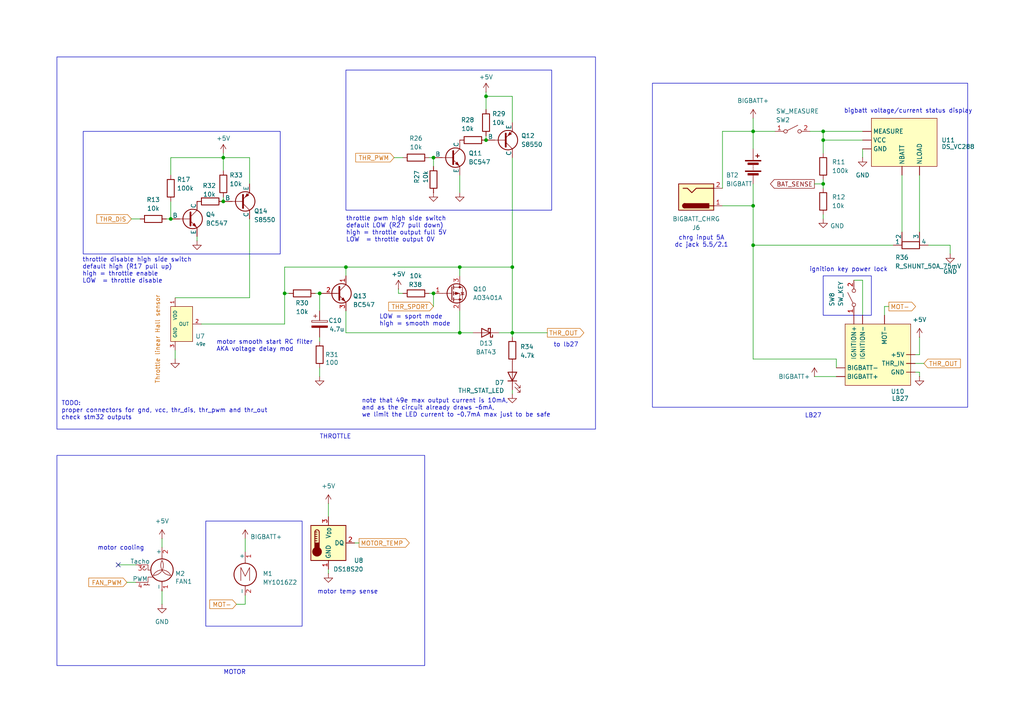
<source format=kicad_sch>
(kicad_sch (version 20231120) (generator "eeschema") (generator_version "8.0")
  (paper "A4")
  (lib_symbols
    (symbol "49e:Hall_Sensor" (pin_names (offset 1.016))
      (property "Reference" "U?" (at -4.5212 0.9652 0))
      (symbol "Hall_Sensor_0_1"
        (rectangle (start -3.81 5.08) (end 2.54 -5.08) (fill (type background)))
      )
      (symbol "Hall_Sensor_1_1"
        (pin power_in line (at -2.54 7.62 270) (length 2.54) (name "VDD") (number "1"))
        (pin output line (at 5.08 0 180) (length 2.54) (name "OUT") (number "2"))
        (pin power_in line (at -2.54 -7.62 90) (length 2.54) (name "GND") (number "3"))
      )
    )
    (symbol "Connector:Barrel_Jack" (pin_names (offset 1.016))
      (property "Reference" "J" (at 0 5.334 0))
      (property "Value" "Barrel_Jack" (at 0 -5.08 0))
      (symbol "Barrel_Jack_0_1"
        (rectangle (start -5.08 3.81) (end 5.08 -3.81) (stroke (width 0.254)) (fill (type background)))
        (arc (start -3.302 3.175) (mid -3.9343 2.54) (end -3.302 1.905) (stroke (width 0.254)))
        (arc (start -3.302 3.175) (mid -3.9343 2.54) (end -3.302 1.905) (stroke (width 0.254)) (fill (type outline)))
        (polyline (pts (xy 5.08 2.54) (xy 3.81 2.54)) (stroke (width 0.254)))
        (polyline (pts (xy -3.81 -2.54) (xy -2.54 -2.54) (xy -1.27 -1.27) (xy 0 -2.54) (xy 2.54 -2.54) (xy 5.08 -2.54)) (stroke (width 0.254)))
        (rectangle (start 3.683 3.175) (end -3.302 1.905) (stroke (width 0.254)) (fill (type outline)))
      )
      (symbol "Barrel_Jack_1_1"
        (pin passive line (at 7.62 2.54 180) (length 2.54) (name "~") (number "1"))
        (pin passive line (at 7.62 -2.54 180) (length 2.54) (name "~") (number "2"))
      )
    )
    (symbol "Device:Battery" (pin_numbers hide) (pin_names (offset 0) hide)
      (property "Reference" "BT" (at 2.54 2.54 0))
      (property "Value" "Battery" (at 2.54 0 0))
      (symbol "Battery_0_1"
        (rectangle (start -2.286 -1.27) (end 2.286 -1.524) (fill (type outline)))
        (rectangle (start -2.286 1.778) (end 2.286 1.524) (fill (type outline)))
        (rectangle (start -1.524 -2.032) (end 1.524 -2.54) (fill (type outline)))
        (rectangle (start -1.524 1.016) (end 1.524 0.508) (fill (type outline)))
        (polyline (pts (xy 0 -1.016) (xy 0 -0.762)))
        (polyline (pts (xy 0 -0.508) (xy 0 -0.254)))
        (polyline (pts (xy 0 0) (xy 0 0.254)))
        (polyline (pts (xy 0 1.778) (xy 0 2.54)))
        (polyline (pts (xy 0.762 3.048) (xy 1.778 3.048)) (stroke (width 0.254)))
        (polyline (pts (xy 1.27 3.556) (xy 1.27 2.54)) (stroke (width 0.254)))
      )
      (symbol "Battery_1_1"
        (pin passive line (at 0 5.08 270) (length 2.54) (name "+") (number "1"))
        (pin passive line (at 0 -5.08 90) (length 2.54) (name "-") (number "2"))
      )
    )
    (symbol "Device:C_Polarized" (pin_numbers hide) (pin_names (offset 0.254))
      (property "Reference" "C" (at 0.635 2.54 0))
      (property "Value" "C_Polarized" (at 0.635 -2.54 0))
      (symbol "C_Polarized_0_1"
        (rectangle (start -2.286 0.508) (end 2.286 1.016))
        (polyline (pts (xy -1.778 2.286) (xy -0.762 2.286)))
        (polyline (pts (xy -1.27 2.794) (xy -1.27 1.778)))
        (rectangle (start 2.286 -0.508) (end -2.286 -1.016) (fill (type outline)))
      )
      (symbol "C_Polarized_1_1"
        (pin passive line (at 0 3.81 270) (length 2.794) (name "~") (number "1"))
        (pin passive line (at 0 -3.81 90) (length 2.794) (name "~") (number "2"))
      )
    )
    (symbol "Device:LED" (pin_numbers hide) (pin_names (offset 1.016) hide)
      (property "Reference" "D" (at 0 2.54 0))
      (property "Value" "LED" (at 0 -2.54 0))
      (symbol "LED_0_1"
        (polyline (pts (xy -1.27 -1.27) (xy -1.27 1.27)) (stroke (width 0.254)))
        (polyline (pts (xy -1.27 0) (xy 1.27 0)))
        (polyline (pts (xy 1.27 -1.27) (xy 1.27 1.27) (xy -1.27 0) (xy 1.27 -1.27)) (stroke (width 0.254)))
        (polyline (pts (xy -3.048 -0.762) (xy -4.572 -2.286) (xy -3.81 -2.286) (xy -4.572 -2.286) (xy -4.572 -1.524)))
        (polyline (pts (xy -1.778 -0.762) (xy -3.302 -2.286) (xy -2.54 -2.286) (xy -3.302 -2.286) (xy -3.302 -1.524)))
      )
      (symbol "LED_1_1"
        (pin passive line (at -3.81 0 0) (length 2.54) (name "K") (number "1"))
        (pin passive line (at 3.81 0 180) (length 2.54) (name "A") (number "2"))
      )
    )
    (symbol "Device:R" (pin_numbers hide) (pin_names (offset 0))
      (property "Reference" "R" (at 2.032 0 90))
      (property "Value" "R" (at 0 0 90))
      (symbol "R_0_1"
        (rectangle (start -1.016 -2.54) (end 1.016 2.54) (stroke (width 0.254)))
      )
      (symbol "R_1_1"
        (pin passive line (at 0 3.81 270) (length 1.27) (name "~") (number "1"))
        (pin passive line (at 0 -3.81 90) (length 1.27) (name "~") (number "2"))
      )
    )
    (symbol "Device:R_Shunt" (pin_numbers hide) (pin_names (offset 0))
      (property "Reference" "R" (at -4.445 0 90))
      (property "Value" "R_Shunt" (at -2.54 0 90))
      (symbol "R_Shunt_0_1"
        (rectangle (start -1.016 -2.54) (end 1.016 2.54) (stroke (width 0.254)))
        (polyline (pts (xy 0 -2.54) (xy 1.27 -2.54)))
        (polyline (pts (xy 1.27 2.54) (xy 0 2.54)))
      )
      (symbol "R_Shunt_1_1"
        (pin passive line (at 0 5.08 270) (length 2.54) (name "1") (number "1"))
        (pin passive line (at 3.81 2.54 180) (length 2.54) (name "2") (number "2"))
        (pin passive line (at 3.81 -2.54 180) (length 2.54) (name "3") (number "3"))
        (pin passive line (at 0 -5.08 90) (length 2.54) (name "4") (number "4"))
      )
    )
    (symbol "Diode:BAT43" (pin_numbers hide) (pin_names (offset 1.016) hide)
      (property "Reference" "D" (at 0 2.54 0))
      (property "Value" "BAT43" (at 0 -2.54 0))
      (symbol "BAT43_0_1"
        (polyline (pts (xy 1.27 0) (xy -1.27 0)))
        (polyline (pts (xy 1.27 1.27) (xy 1.27 -1.27) (xy -1.27 0) (xy 1.27 1.27)) (stroke (width 0.254)))
        (polyline (pts (xy -1.905 0.635) (xy -1.905 1.27) (xy -1.27 1.27) (xy -1.27 -1.27) (xy -0.635 -1.27) (xy -0.635 -0.635)) (stroke (width 0.254)))
      )
      (symbol "BAT43_1_1"
        (pin passive line (at -3.81 0 0) (length 2.54) (name "K") (number "1"))
        (pin passive line (at 3.81 0 180) (length 2.54) (name "A") (number "2"))
      )
    )
    (symbol "Motor:Fan_4pin" (pin_names (offset 0))
      (property "Reference" "M" (at 2.54 5.08 0))
      (property "Value" "Fan_4pin" (at 2.54 -2.54 0))
      (symbol "Fan_4pin_0_0"
        (arc (start -5.588 1.524) (mid -5.08 1.0182) (end -4.572 1.524))
        (arc (start -5.08 2.032) (mid -5.4392 1.8832) (end -5.588 1.524))
        (polyline (pts (xy -5.08 2.032) (xy -5.334 2.159)))
        (polyline (pts (xy -5.08 2.032) (xy -5.207 1.778)))
        (polyline (pts (xy -4.064 2.54) (xy -4.064 1.016) (xy -3.302 1.016)))
      )
      (symbol "Fan_4pin_0_1"
        (arc (start -2.54 -0.508) (mid 0.0028 0.9121) (end 0 3.81))
        (polyline (pts (xy -4.064 2.54) (xy -5.08 2.54)))
        (polyline (pts (xy 0 -5.08) (xy 0 -4.572)))
        (polyline (pts (xy 0 -2.2352) (xy 0 -2.6416)))
        (polyline (pts (xy 0 4.2672) (xy 0 4.6228)))
        (polyline (pts (xy 0 4.572) (xy 0 5.08)))
        (polyline (pts (xy -2.54 -1.016) (xy -4.064 -1.016) (xy -4.064 -2.54) (xy -5.08 -2.54)))
        (polyline (pts (xy -5.334 -3.302) (xy -5.08 -3.302) (xy -5.08 -3.048) (xy -4.826 -3.048) (xy -4.826 -3.302) (xy -4.318 -3.302) (xy -4.318 -3.048) (xy -4.064 -3.048) (xy -4.064 -3.302) (xy -3.556 -3.302)))
        (circle (center 0 1.016) (radius 3.2512) (stroke (width 0.254)))
        (arc (start 0 3.81) (mid 0.053 0.921) (end 2.54 -0.508))
        (arc (start 2.54 -0.508) (mid 0 1.0618) (end -2.54 -0.508))
      )
      (symbol "Fan_4pin_1_1"
        (pin passive line (at 0 -5.08 90) (length 2.54) (name "-") (number "1"))
        (pin passive line (at 0 7.62 270) (length 2.54) (name "+") (number "2"))
        (pin passive line (at -7.62 2.54 0) (length 2.54) (name "Tacho") (number "3"))
        (pin input line (at -7.62 -2.54 0) (length 2.54) (name "PWM") (number "4"))
      )
    )
    (symbol "Motor:Motor_DC" (pin_names (offset 0))
      (property "Reference" "M" (at 2.54 2.54 0))
      (property "Value" "Motor_DC" (at 2.54 -5.08 0))
      (symbol "Motor_DC_0_0"
        (polyline (pts (xy -1.27 -3.302) (xy -1.27 0.508) (xy 0 -2.032) (xy 1.27 0.508) (xy 1.27 -3.302)))
      )
      (symbol "Motor_DC_0_1"
        (circle (center 0 -1.524) (radius 3.2512) (stroke (width 0.254)))
        (polyline (pts (xy 0 -7.62) (xy 0 -7.112)))
        (polyline (pts (xy 0 -4.7752) (xy 0 -5.1816)))
        (polyline (pts (xy 0 1.7272) (xy 0 2.0828)))
        (polyline (pts (xy 0 2.032) (xy 0 2.54)))
      )
      (symbol "Motor_DC_1_1"
        (pin passive line (at 0 5.08 270) (length 2.54) (name "+") (number "1"))
        (pin passive line (at 0 -7.62 90) (length 2.54) (name "-") (number "2"))
      )
    )
    (symbol "Sensor_Temperature:DS18S20"
      (property "Reference" "U" (at -3.81 6.35 0))
      (property "Value" "DS18S20" (at 6.35 6.35 0))
      (symbol "DS18S20_0_1"
        (rectangle (start -5.08 5.08) (end 5.08 -5.08) (stroke (width 0.254)) (fill (type background)))
        (circle (center -3.302 -2.54) (radius 1.27) (stroke (width 0.254)) (fill (type outline)))
        (rectangle (start -2.667 -1.905) (end -3.937 0) (stroke (width 0.254)) (fill (type outline)))
        (arc (start -2.667 3.175) (mid -3.302 3.8073) (end -3.937 3.175) (stroke (width 0.254)))
        (polyline (pts (xy -3.937 0.635) (xy -3.302 0.635)) (stroke (width 0.254)))
        (polyline (pts (xy -3.937 1.27) (xy -3.302 1.27)) (stroke (width 0.254)))
        (polyline (pts (xy -3.937 1.905) (xy -3.302 1.905)) (stroke (width 0.254)))
        (polyline (pts (xy -3.937 2.54) (xy -3.302 2.54)) (stroke (width 0.254)))
        (polyline (pts (xy -3.937 3.175) (xy -3.937 0)) (stroke (width 0.254)))
        (polyline (pts (xy -3.937 3.175) (xy -3.302 3.175)) (stroke (width 0.254)))
        (polyline (pts (xy -2.667 3.175) (xy -2.667 0)) (stroke (width 0.254)))
      )
      (symbol "DS18S20_1_1"
        (pin power_in line (at 0 -7.62 90) (length 2.54) (name "GND") (number "1"))
        (pin bidirectional line (at 7.62 0 180) (length 2.54) (name "DQ") (number "2"))
        (pin power_in line (at 0 7.62 270) (length 2.54) (name "V_{DD}") (number "3"))
      )
    )
    (symbol "Simulation_SPICE:NPN" (pin_numbers hide) (pin_names (offset 0))
      (property "Reference" "Q" (at -2.54 7.62 0))
      (property "Value" "NPN" (at -2.54 5.08 0))
      (symbol "NPN_0_1"
        (polyline (pts (xy -2.54 0) (xy 0.635 0)) (stroke (width 0.1524)))
        (polyline (pts (xy 0.635 0.635) (xy 2.54 2.54)))
        (polyline (pts (xy 2.794 -1.27) (xy 2.794 -1.27)) (stroke (width 0.1524)))
        (polyline (pts (xy 2.794 -1.27) (xy 2.794 -1.27)) (stroke (width 0.1524)))
        (polyline (pts (xy 0.635 -0.635) (xy 2.54 -2.54) (xy 2.54 -2.54)))
        (polyline (pts (xy 0.635 1.905) (xy 0.635 -1.905) (xy 0.635 -1.905)) (stroke (width 0.508)))
        (polyline (pts (xy 1.27 -1.778) (xy 1.778 -1.27) (xy 2.286 -2.286) (xy 1.27 -1.778) (xy 1.27 -1.778)) (fill (type outline)))
        (circle (center 1.27 0) (radius 2.8194) (stroke (width 0.254)))
      )
      (symbol "NPN_1_1"
        (pin open_collector line (at 2.54 5.08 270) (length 2.54) (name "C") (number "1"))
        (pin input line (at -5.08 0 0) (length 2.54) (name "B") (number "2"))
        (pin open_emitter line (at 2.54 -5.08 90) (length 2.54) (name "E") (number "3"))
      )
    )
    (symbol "Simulation_SPICE:PNP" (pin_numbers hide) (pin_names (offset 0))
      (property "Reference" "Q" (at -2.54 7.62 0))
      (property "Value" "PNP" (at -2.54 5.08 0))
      (symbol "PNP_0_1"
        (polyline (pts (xy -2.54 0) (xy 0.635 0)) (stroke (width 0.1524)))
        (polyline (pts (xy 0.635 0.635) (xy 2.54 2.54)))
        (polyline (pts (xy 0.635 -0.635) (xy 2.54 -2.54) (xy 2.54 -2.54)))
        (polyline (pts (xy 0.635 1.905) (xy 0.635 -1.905) (xy 0.635 -1.905)) (stroke (width 0.508)))
        (polyline (pts (xy 2.286 -1.778) (xy 1.778 -2.286) (xy 1.27 -1.27) (xy 2.286 -1.778) (xy 2.286 -1.778)) (fill (type outline)))
        (circle (center 1.27 0) (radius 2.8194) (stroke (width 0.254)))
      )
      (symbol "PNP_1_1"
        (pin open_collector line (at 2.54 5.08 270) (length 2.54) (name "C") (number "1"))
        (pin input line (at -5.08 0 0) (length 2.54) (name "B") (number "2"))
        (pin open_emitter line (at 2.54 -5.08 90) (length 2.54) (name "E") (number "3"))
      )
    )
    (symbol "Switch:SW_SPST" (pin_names (offset 0) hide)
      (property "Reference" "SW" (at 0 3.175 0))
      (property "Value" "SW_SPST" (at 0 -2.54 0))
      (symbol "SW_SPST_0_0"
        (circle (center -2.032 0) (radius 0.508))
        (polyline (pts (xy -1.524 0.254) (xy 1.524 1.778)))
        (circle (center 2.032 0) (radius 0.508))
      )
      (symbol "SW_SPST_1_1"
        (pin passive line (at -5.08 0 0) (length 2.54) (name "A") (number "1"))
        (pin passive line (at 5.08 0 180) (length 2.54) (name "B") (number "2"))
      )
    )
    (symbol "Transistor_BJT:BC547" (pin_names (offset 0) hide)
      (property "Reference" "Q" (at 5.08 1.905 0))
      (property "Value" "BC547" (at 5.08 0 0))
      (symbol "BC547_0_1"
        (polyline (pts (xy 0 0) (xy 0.635 0)))
        (polyline (pts (xy 0.635 0.635) (xy 2.54 2.54)))
        (polyline (pts (xy 0.635 -0.635) (xy 2.54 -2.54) (xy 2.54 -2.54)))
        (polyline (pts (xy 0.635 1.905) (xy 0.635 -1.905) (xy 0.635 -1.905)) (stroke (width 0.508)))
        (polyline (pts (xy 1.27 -1.778) (xy 1.778 -1.27) (xy 2.286 -2.286) (xy 1.27 -1.778) (xy 1.27 -1.778)) (fill (type outline)))
        (circle (center 1.27 0) (radius 2.8194) (stroke (width 0.254)))
      )
      (symbol "BC547_1_1"
        (pin passive line (at 2.54 5.08 270) (length 2.54) (name "C") (number "1"))
        (pin input line (at -5.08 0 0) (length 5.08) (name "B") (number "2"))
        (pin passive line (at 2.54 -5.08 90) (length 2.54) (name "E") (number "3"))
      )
    )
    (symbol "Transistor_FET:AO3401A" (pin_names hide)
      (property "Reference" "Q" (at 5.08 1.905 0))
      (property "Value" "AO3401A" (at 5.08 0 0))
      (symbol "AO3401A_0_1"
        (polyline (pts (xy 0.254 0) (xy -2.54 0)))
        (polyline (pts (xy 0.254 1.905) (xy 0.254 -1.905)) (stroke (width 0.254)))
        (polyline (pts (xy 0.762 -1.27) (xy 0.762 -2.286)) (stroke (width 0.254)))
        (polyline (pts (xy 0.762 0.508) (xy 0.762 -0.508)) (stroke (width 0.254)))
        (polyline (pts (xy 0.762 2.286) (xy 0.762 1.27)) (stroke (width 0.254)))
        (polyline (pts (xy 2.54 2.54) (xy 2.54 1.778)))
        (polyline (pts (xy 2.54 -2.54) (xy 2.54 0) (xy 0.762 0)))
        (polyline (pts (xy 0.762 1.778) (xy 3.302 1.778) (xy 3.302 -1.778) (xy 0.762 -1.778)))
        (polyline (pts (xy 2.286 0) (xy 1.27 0.381) (xy 1.27 -0.381) (xy 2.286 0)) (fill (type outline)))
        (polyline (pts (xy 2.794 -0.508) (xy 2.921 -0.381) (xy 3.683 -0.381) (xy 3.81 -0.254)))
        (polyline (pts (xy 3.302 -0.381) (xy 2.921 0.254) (xy 3.683 0.254) (xy 3.302 -0.381)))
        (circle (center 1.651 0) (radius 2.794) (stroke (width 0.254)))
        (circle (center 2.54 -1.778) (radius 0.254) (fill (type outline)))
        (circle (center 2.54 1.778) (radius 0.254) (fill (type outline)))
      )
      (symbol "AO3401A_1_1"
        (pin input line (at -5.08 0 0) (length 2.54) (name "G") (number "1"))
        (pin passive line (at 2.54 -5.08 90) (length 2.54) (name "S") (number "2"))
        (pin passive line (at 2.54 5.08 270) (length 2.54) (name "D") (number "3"))
      )
    )
    (symbol "ds-vc288:DS-VC288"
      (property "Reference" "U" (at -3.556 1.524 0))
      (symbol "DS-VC288_1_1"
        (rectangle (start -2.54 13.97) (end 16.51 0) (fill (type background)))
        (pin input line (at -5.08 5.08 0) (length 2.54) (name "GND") (number ""))
        (pin input line (at -5.08 10.16 0) (length 2.54) (name "MEASURE") (number ""))
        (pin input line (at 6.35 -2.54 90) (length 2.54) (name "NBATT") (number ""))
        (pin output line (at 11.43 -2.54 90) (length 2.54) (name "NLOAD") (number ""))
        (pin input line (at -5.08 7.62 0) (length 2.54) (name "VCC") (number ""))
      )
    )
    (symbol "lb27:LB27"
      (property "Reference" "U10" (at 1.778 -0.254 0))
      (property "Value" "LB27" (at 2.54 -2.286 0))
      (symbol "LB27_1_1"
        (rectangle (start -12.7 19.05) (end 6.35 1.27) (fill (type background)))
        (pin output line (at 7.62 10.16 180) (length 2.54) (name "+5V") (number ""))
        (pin input line (at -15.24 3.81 0) (length 2.54) (name "BIGBATT+") (number ""))
        (pin input line (at -15.24 6.35 0) (length 2.54) (name "BIGBATT-") (number ""))
        (pin input line (at 7.62 5.08 180) (length 2.54) (name "GND") (number ""))
        (pin input line (at -10.16 21.59 270) (length 2.54) (name "IGNITION+") (number ""))
        (pin input line (at -7.62 21.59 270) (length 2.54) (name "IGNITION-") (number ""))
        (pin output line (at -1.27 21.59 270) (length 2.54) (name "MOT-") (number ""))
        (pin input line (at 7.62 7.62 180) (length 2.54) (name "THR_IN") (number ""))
      )
    )
    (symbol "power:+5V" (power) (pin_numbers hide) (pin_names (offset 0) hide)
      (property "Value" "+5V" (at 0 3.556 0))
      (symbol "+5V_0_1"
        (polyline (pts (xy -0.762 1.27) (xy 0 2.54)))
        (polyline (pts (xy 0 0) (xy 0 2.54)))
        (polyline (pts (xy 0 2.54) (xy 0.762 1.27)))
      )
      (symbol "+5V_1_1"
        (pin power_in line (at 0 0 90) (length 0) (name "~") (number "1"))
      )
    )
    (symbol "power:GND" (power) (pin_numbers hide) (pin_names (offset 0) hide)
      (property "Value" "GND" (at 0 -3.81 0))
      (symbol "GND_0_1"
        (polyline (pts (xy 0 0) (xy 0 -1.27) (xy 1.27 -1.27) (xy 0 -2.54) (xy -1.27 -1.27) (xy 0 -1.27)))
      )
      (symbol "GND_1_1"
        (pin power_in line (at 0 0 270) (length 0) (name "~") (number "1"))
      )
    )
    (symbol "power:VAA" (power) (pin_numbers hide) (pin_names (offset 0) hide)
      (property "Value" "VAA" (at 0 3.556 0))
      (symbol "VAA_0_1"
        (polyline (pts (xy -0.762 1.27) (xy 0 2.54)))
        (polyline (pts (xy 0 0) (xy 0 2.54)))
        (polyline (pts (xy 0 2.54) (xy 0.762 1.27)))
      )
      (symbol "VAA_1_1"
        (pin power_in line (at 0 0 90) (length 0) (name "~") (number "1"))
      )
    )
  )
  (junction (at 125.73 45.72))
  (junction (at 218.44 38.1))
  (junction (at 238.76 40.64))
  (junction (at 100.33 77.47))
  (junction (at 64.77 45.72))
  (junction (at 148.59 96.52))
  (junction (at 238.76 38.1))
  (junction (at 133.35 96.52))
  (junction (at 140.97 40.64))
  (junction (at 140.97 27.94))
  (junction (at 82.55 85.09))
  (junction (at 148.59 77.47))
  (junction (at 92.71 85.09))
  (junction (at 49.53 63.5))
  (junction (at 238.76 53.34))
  (junction (at 64.77 58.42))
  (junction (at 218.44 71.12))
  (junction (at 218.44 59.69))
  (junction (at 133.35 77.47))
  (junction (at 125.73 85.09))
  (no_connect (at 34.29 163.83))
  (wire (pts (xy 218.44 34.29) (xy 218.44 38.1)))
  (wire (pts (xy 64.77 44.45) (xy 64.77 45.72)))
  (wire (pts (xy 140.97 26.67) (xy 140.97 27.94)))
  (wire (pts (xy 95.25 146.05) (xy 95.25 149.86)))
  (wire (pts (xy 256.54 88.9) (xy 256.54 91.44)))
  (wire (pts (xy 209.55 54.61) (xy 209.55 38.1)))
  (wire (pts (xy 100.33 96.52) (xy 133.35 96.52)))
  (wire (pts (xy 238.76 38.1) (xy 250.19 38.1)))
  (wire (pts (xy 275.59 73.66) (xy 275.59 71.12)))
  (wire (pts (xy 115.57 85.09) (xy 116.84 85.09)))
  (wire (pts (xy 46.99 171.45) (xy 46.99 175.26)))
  (wire (pts (xy 218.44 71.12) (xy 218.44 104.14)))
  (wire (pts (xy 92.71 99.06) (xy 92.71 97.79)))
  (wire (pts (xy 256.54 88.9) (xy 257.81 88.9)))
  (wire (pts (xy 100.33 96.52) (xy 100.33 90.17)))
  (wire (pts (xy 218.44 38.1) (xy 218.44 43.18)))
  (wire (pts (xy 148.59 96.52) (xy 148.59 97.79)))
  (wire (pts (xy 266.7 102.87) (xy 265.43 102.87)))
  (wire (pts (xy 140.97 39.37) (xy 140.97 40.64)))
  (wire (pts (xy 242.57 104.14) (xy 242.57 106.68)))
  (wire (pts (xy 144.78 96.52) (xy 148.59 96.52)))
  (wire (pts (xy 100.33 77.47) (xy 100.33 80.01)))
  (wire (pts (xy 250.19 43.18) (xy 250.19 45.72)))
  (wire (pts (xy 92.71 106.68) (xy 92.71 109.22)))
  (wire (pts (xy 218.44 38.1) (xy 224.79 38.1)))
  (wire (pts (xy 50.8 86.36) (xy 72.39 86.36)))
  (wire (pts (xy 238.76 54.61) (xy 238.76 53.34)))
  (wire (pts (xy 218.44 59.69) (xy 218.44 71.12)))
  (wire (pts (xy 266.7 97.79) (xy 266.7 102.87)))
  (wire (pts (xy 238.76 62.23) (xy 238.76 63.5)))
  (wire (pts (xy 250.19 81.28) (xy 250.19 91.44)))
  (wire (pts (xy 95.25 165.1) (xy 95.25 166.37)))
  (wire (pts (xy 148.59 77.47) (xy 148.59 96.52)))
  (wire (pts (xy 218.44 71.12) (xy 259.08 71.12)))
  (wire (pts (xy 48.26 63.5) (xy 49.53 63.5)))
  (wire (pts (xy 49.53 50.8) (xy 49.53 45.72)))
  (wire (pts (xy 133.35 77.47) (xy 148.59 77.47)))
  (wire (pts (xy 234.95 38.1) (xy 238.76 38.1)))
  (wire (pts (xy 133.35 90.17) (xy 133.35 96.52)))
  (wire (pts (xy 115.57 83.82) (xy 115.57 85.09)))
  (wire (pts (xy 104.14 157.48) (xy 102.87 157.48)))
  (wire (pts (xy 148.59 77.47) (xy 148.59 45.72)))
  (wire (pts (xy 83.82 85.09) (xy 82.55 85.09)))
  (wire (pts (xy 72.39 45.72) (xy 72.39 53.34)))
  (wire (pts (xy 209.55 38.1) (xy 218.44 38.1)))
  (wire (pts (xy 266.7 109.22) (xy 266.7 107.95)))
  (wire (pts (xy 49.53 58.42) (xy 49.53 63.5)))
  (wire (pts (xy 137.16 96.52) (xy 133.35 96.52)))
  (wire (pts (xy 236.22 109.22) (xy 242.57 109.22)))
  (wire (pts (xy 68.58 175.26) (xy 71.12 175.26)))
  (wire (pts (xy 116.84 45.72) (xy 114.3 45.72)))
  (wire (pts (xy 46.99 156.21) (xy 46.99 158.75)))
  (wire (pts (xy 71.12 175.26) (xy 71.12 172.72)))
  (wire (pts (xy 140.97 27.94) (xy 148.59 27.94)))
  (wire (pts (xy 82.55 77.47) (xy 82.55 85.09)))
  (wire (pts (xy 72.39 63.5) (xy 72.39 86.36)))
  (wire (pts (xy 242.57 104.14) (xy 218.44 104.14)))
  (wire (pts (xy 40.64 63.5) (xy 38.1 63.5)))
  (wire (pts (xy 140.97 27.94) (xy 140.97 31.75)))
  (wire (pts (xy 238.76 40.64) (xy 238.76 38.1)))
  (wire (pts (xy 266.7 50.8) (xy 266.7 67.31)))
  (wire (pts (xy 133.35 55.88) (xy 133.35 50.8)))
  (wire (pts (xy 269.24 71.12) (xy 275.59 71.12)))
  (wire (pts (xy 218.44 53.34) (xy 218.44 59.69)))
  (wire (pts (xy 238.76 40.64) (xy 250.19 40.64)))
  (wire (pts (xy 71.12 156.21) (xy 71.12 160.02)))
  (wire (pts (xy 124.46 45.72) (xy 125.73 45.72)))
  (wire (pts (xy 261.62 50.8) (xy 261.62 67.31)))
  (wire (pts (xy 82.55 77.47) (xy 100.33 77.47)))
  (wire (pts (xy 238.76 40.64) (xy 238.76 44.45)))
  (wire (pts (xy 92.71 90.17) (xy 92.71 85.09)))
  (wire (pts (xy 64.77 45.72) (xy 64.77 49.53)))
  (wire (pts (xy 148.59 96.52) (xy 158.75 96.52)))
  (wire (pts (xy 50.8 101.6) (xy 50.8 104.14)))
  (wire (pts (xy 64.77 45.72) (xy 72.39 45.72)))
  (wire (pts (xy 92.71 85.09) (xy 91.44 85.09)))
  (wire (pts (xy 209.55 59.69) (xy 218.44 59.69)))
  (wire (pts (xy 36.83 168.91) (xy 39.37 168.91)))
  (wire (pts (xy 236.22 53.34) (xy 238.76 53.34)))
  (wire (pts (xy 148.59 27.94) (xy 148.59 35.56)))
  (wire (pts (xy 133.35 77.47) (xy 133.35 80.01)))
  (wire (pts (xy 238.76 53.34) (xy 238.76 52.07)))
  (wire (pts (xy 82.55 93.98) (xy 82.55 85.09)))
  (wire (pts (xy 49.53 45.72) (xy 64.77 45.72)))
  (wire (pts (xy 247.65 81.28) (xy 250.19 81.28)))
  (wire (pts (xy 57.15 68.58) (xy 57.15 69.85)))
  (wire (pts (xy 265.43 105.41) (xy 267.97 105.41)))
  (wire (pts (xy 34.29 163.83) (xy 39.37 163.83)))
  (wire (pts (xy 100.33 77.47) (xy 133.35 77.47)))
  (wire (pts (xy 125.73 45.72) (xy 125.73 48.26)))
  (wire (pts (xy 64.77 57.15) (xy 64.77 58.42)))
  (wire (pts (xy 148.59 113.03) (xy 148.59 114.3)))
  (wire (pts (xy 58.42 93.98) (xy 82.55 93.98)))
  (wire (pts (xy 265.43 107.95) (xy 266.7 107.95)))
  (wire (pts (xy 124.46 85.09) (xy 125.73 85.09)))
  (wire (pts (xy 125.73 85.09) (xy 125.73 88.9)))
  (rectangle (start 16.51 16.51) (end 172.72 124.46))
  (rectangle (start 100.33 20.32) (end 160.02 60.96))
  (rectangle (start 189.23 24.13) (end 280.67 118.11))
  (rectangle (start 59.69 151.13) (end 87.63 181.61))
  (rectangle (start 24.13 38.1) (end 81.28 73.66))
  (rectangle (start 16.51 132.08) (end 123.19 193.04))
  (rectangle (start 238.76 80.01) (end 252.73 91.44))
  (text "MOTOR\n" (at 68.072 195.072 0) (effects (font (size 1.27 1.27))))
  (text "TODO:\nproper connectors for gnd, vcc, thr_dis, thr_pwm and thr_out\ncheck stm32 outputs\n" (at 17.78 119.126 0) (effects (font (size 1.27 1.27)) (justify left)))
  (text "note that 49e max output current is 10mA,\nand as the circuit already draws ~6mA, \nwe limit the LED current to ~0.7mA max just to be safe" (at 104.902 118.364 0) (effects (font (size 1.27 1.27)) (justify left)))
  (text "bigbatt voltage/current status display" (at 263.398 32.258 0) (effects (font (size 1.27 1.27))))
  (text "to lb27" (at 160.528 100.076 0) (effects (font (size 1.27 1.27)) (justify left)))
  (text "LOW = sport mode\nhigh = smooth mode" (at 109.982 92.964 0) (effects (font (size 1.27 1.27)) (justify left)))
  (text "chrg input 5A\ndc jack 5.5/2.1" (at 203.454 70.104 0) (effects (font (size 1.27 1.27))))
  (text "motor cooling\n" (at 35.052 159.004 0) (effects (font (size 1.27 1.27))))
  (text "LB27\n\n" (at 235.8712 121.6544 0) (effects (font (size 1.27 1.27))))
  (text "Throttle linear Hall sensor" (at 45.72 98.552 90) (effects (font (size 1.27 1.27))))
  (text "THROTTLE" (at 97.282 126.746 0) (effects (font (size 1.27 1.27))))
  (text "ignition key power lock\n" (at 246.126 78.232 0) (effects (font (size 1.27 1.27))))
  (text "throttle pwm high side switch\ndefault LOW (R27 pull down)\nhigh = throttle output full 5V\nLOW  = throttle output 0V" (at 100.33 66.548 0) (effects (font (size 1.27 1.27)) (justify left)))
  (text "motor smooth start RC filter\nAKA voltage delay mod" (at 62.738 100.33 0) (effects (font (size 1.27 1.27)) (justify left)))
  (text "throttle disable high side switch\ndefault high (R17 pull up)\nhigh = throttle enable\nLOW  = throttle disable" (at 23.876 78.486 0) (effects (font (size 1.27 1.27)) (justify left)))
  (text "motor temp sense" (at 100.838 171.704 0) (effects (font (size 1.27 1.27))))
  (global_label "BAT_SENSE" (shape output) (at 236.22 53.34 180) (property "Intersheetrefs" "${INTERSHEET_REFS}" (effects (hide yes))))
  (global_label "FAN_PWM" (shape input) (at 36.83 168.91 180) (property "Intersheetrefs" "${INTERSHEET_REFS}" (effects (hide yes))))
  (global_label "THR_PWM" (shape input) (at 114.3 45.72 180) (property "Intersheetrefs" "${INTERSHEET_REFS}" (effects (hide yes))))
  (global_label "MOT-" (shape output) (at 257.81 88.9 0) (property "Intersheetrefs" "${INTERSHEET_REFS}" (effects (hide yes))))
  (global_label "THR_DIS" (shape input) (at 38.1 63.5 180) (property "Intersheetrefs" "${INTERSHEET_REFS}" (effects (hide yes))))
  (global_label "MOTOR_TEMP" (shape output) (at 104.14 157.48 0) (property "Intersheetrefs" "${INTERSHEET_REFS}" (effects (hide yes))))
  (global_label "THR_SPORT" (shape input) (at 125.73 88.9 180) (property "Intersheetrefs" "${INTERSHEET_REFS}" (effects (hide yes))))
  (global_label "THR_OUT" (shape input) (at 267.97 105.41 0) (property "Intersheetrefs" "${INTERSHEET_REFS}" (effects (hide yes))))
  (global_label "MOT-" (shape input) (at 68.58 175.26 180) (property "Intersheetrefs" "${INTERSHEET_REFS}" (effects (hide yes))))
  (global_label "THR_OUT" (shape output) (at 158.75 96.52 0) (property "Intersheetrefs" "${INTERSHEET_REFS}" (effects (hide yes))))
  (symbol (lib_id "Device:C_Polarized") (at 92.71 93.98 0) (unit 1)
    (property "Reference" "C10" (at 95.25 92.964 0) (effects (justify left)))
    (property "Value" "4.7u" (at 95.504 95.504 0) (effects (justify left)))
    (property "Description" "Polarized capacitor" (effects (hide yes)))
  )
  (symbol (lib_id "power:VAA") (at 236.22 109.22 0) (unit 1)
    (property "Reference" "#PWR039" (effects (hide yes)))
    (property "Value" "BIGBATT+" (at 230.378 109.22 0))
    (property "Description" "Power symbol creates a global label with name \"VAA\"" (effects (hide yes)))
  )
  (symbol (lib_id "power:+5V") (at 115.57 83.82 0) (unit 1)
    (property "Reference" "#PWR073" (effects (hide yes)))
    (property "Value" "+5V" (at 115.57 79.502 0))
    (property "Description" "Power symbol creates a global label with name \"+5V\"" (effects (hide yes)))
  )
  (symbol (lib_id "Device:R") (at 137.16 40.64 90) (unit 1)
    (property "Reference" "R28" (at 135.636 34.798 90))
    (property "Value" "10k" (at 135.636 37.338 90))
    (property "Description" "Resistor" (effects (hide yes)))
  )
  (symbol (lib_id "power:GND") (at 46.99 175.26 0) (unit 1)
    (property "Reference" "#PWR070" (effects (hide yes)))
    (property "Value" "GND" (at 46.99 180.34 0))
    (property "Description" "Power symbol creates a global label with name \"GND\" , ground" (effects (hide yes)))
  )
  (symbol (lib_id "power:GND") (at 92.71 109.22 0) (unit 1)
    (property "Reference" "#PWR060" (effects (hide yes)))
    (property "Value" "GND" (effects (hide yes)))
    (property "Description" "Power symbol creates a global label with name \"GND\" , ground" (effects (hide yes)))
  )
  (symbol (lib_id "power:GND") (at 250.19 45.72 0) (unit 1)
    (property "Reference" "#PWR074" (effects (hide yes)))
    (property "Value" "GND" (at 250.19 50.8 0))
    (property "Description" "Power symbol creates a global label with name \"GND\" , ground" (effects (hide yes)))
  )
  (symbol (lib_id "Device:R") (at 148.59 101.6 0) (unit 1)
    (property "Reference" "R34" (at 150.876 100.584 0) (effects (justify left)))
    (property "Value" "4.7k" (at 150.876 103.124 0) (effects (justify left)))
    (property "Description" "Resistor" (effects (hide yes)))
  )
  (symbol (lib_id "Diode:BAT43") (at 140.97 96.52 180) (unit 1)
    (property "Reference" "D13" (at 140.97 99.568 0))
    (property "Value" "BAT43" (at 140.97 102.108 0))
    (property "Footprint" "Diode_THT:D_DO-35_SOD27_P7.62mm_Horizontal" (effects (hide yes)))
    (property "Datasheet" "http://www.vishay.com/docs/85660/bat42.pdf" (effects (hide yes)))
    (property "Description" "30V 0.2A Small Signal Schottky Diode, DO-35" (effects (hide yes)))
  )
  (symbol (lib_id "Device:R") (at 60.96 58.42 90) (unit 1)
    (property "Reference" "R32" (at 60.706 53.848 90))
    (property "Value" "10k" (at 60.706 56.388 90))
    (property "Description" "Resistor" (effects (hide yes)))
  )
  (symbol (lib_id "Device:R") (at 238.76 58.42 180) (unit 1)
    (property "Reference" "R12" (at 241.3 57.1499 0) (effects (justify right)))
    (property "Value" "10k" (at 241.3 59.6899 0) (effects (justify right)))
    (property "Description" "Resistor" (effects (hide yes)))
  )
  (symbol (lib_id "lb27:LB27") (at 257.81 113.03 0) (unit 1)
    (property "Reference" "U10" (at 260.35 113.538 0))
    (property "Value" "LB27" (at 261.112 115.57 0))
  )
  (symbol (lib_id "Device:LED") (at 148.59 109.22 90) (unit 1)
    (property "Reference" "D7" (at 143.51 110.998 90) (effects (justify right)))
    (property "Value" "THR_STAT_LED" (at 132.842 113.284 90) (effects (justify right)))
    (property "Description" "Light emitting diode" (effects (hide yes)))
  )
  (symbol (lib_id "Device:R") (at 140.97 35.56 180) (unit 1)
    (property "Reference" "R29" (at 142.748 33.02 0) (effects (justify right)))
    (property "Value" "10k" (at 142.748 35.56 0) (effects (justify right)))
    (property "Description" "Resistor" (effects (hide yes)))
  )
  (symbol (lib_id "power:GND") (at 125.73 55.88 0) (unit 1)
    (property "Reference" "#PWR030" (effects (hide yes)))
    (property "Value" "GND" (effects (hide yes)))
    (property "Description" "Power symbol creates a global label with name \"GND\" , ground" (effects (hide yes)))
  )
  (symbol (lib_id "power:GND") (at 275.59 73.66 0) (unit 1)
    (property "Reference" "#PWR071" (effects (hide yes)))
    (property "Value" "GND" (at 275.59 78.74 0))
    (property "Description" "Power symbol creates a global label with name \"GND\" , ground" (effects (hide yes)))
  )
  (symbol (lib_id "power:GND") (at 266.7 109.22 0) (unit 1)
    (property "Reference" "#PWR066" (effects (hide yes)))
    (property "Value" "GND" (effects (hide yes)))
    (property "Description" "Power symbol creates a global label with name \"GND\" , ground" (effects (hide yes)))
  )
  (symbol (lib_id "Connector:Barrel_Jack") (at 201.93 57.15 0) (mirror x) (unit 1)
    (property "Reference" "J6" (at 201.93 66.04 0))
    (property "Value" "BIGBATT_CHRG" (at 201.93 63.5 0))
    (property "Description" "DC Barrel Jack" (effects (hide yes)))
  )
  (symbol (lib_id "power:+5V") (at 95.25 146.05 0) (unit 1)
    (property "Reference" "#PWR063" (effects (hide yes)))
    (property "Value" "+5V" (at 95.25 140.97 0))
    (property "Description" "Power symbol creates a global label with name \"+5V\"" (effects (hide yes)))
  )
  (symbol (lib_id "Device:R") (at 44.45 63.5 90) (unit 1)
    (property "Reference" "R13" (at 44.45 57.912 90))
    (property "Value" "10k" (at 44.45 60.452 90))
    (property "Description" "Resistor" (effects (hide yes)))
  )
  (symbol (lib_id "Device:R") (at 64.77 53.34 180) (unit 1)
    (property "Reference" "R33" (at 66.548 50.8 0) (effects (justify right)))
    (property "Value" "10k" (at 66.548 53.34 0) (effects (justify right)))
    (property "Description" "Resistor" (effects (hide yes)))
  )
  (symbol (lib_id "Switch:SW_SPST") (at 247.65 86.36 90) (unit 1)
    (property "Reference" "SW8" (at 241.3 88.9 0) (effects (justify left)))
    (property "Value" "SW_KEY" (at 243.84 88.9 0) (effects (justify left)))
    (property "Description" "Single Pole Single Throw (SPST) switch" (effects (hide yes)))
  )
  (symbol (lib_id "Simulation_SPICE:NPN") (at 54.61 63.5 0) (unit 1)
    (property "Reference" "Q4" (at 59.69 62.2299 0) (effects (justify left)))
    (property "Value" "BC547" (at 59.69 64.7699 0) (effects (justify left)))
    (property "Datasheet" "https://ngspice.sourceforge.io/docs/ngspice-html-manual/manual.xhtml#cha_BJTs" (effects (hide yes)))
    (property "Description" "Bipolar transistor symbol for simulation only, substrate tied to the emitter" (effects (hide yes)))
    (property "Sim.Device" "NPN" (effects (hide yes)))
    (property "Sim.Type" "GUMMELPOON" (effects (hide yes)))
    (property "Sim.Pins" "1=C 2=B 3=E" (effects (hide yes)))
  )
  (symbol (lib_id "power:+5V") (at 46.99 156.21 0) (unit 1)
    (property "Reference" "#PWR069" (effects (hide yes)))
    (property "Value" "+5V" (at 46.99 151.13 0))
    (property "Description" "Power symbol creates a global label with name \"+5V\"" (effects (hide yes)))
  )
  (symbol (lib_id "Device:R") (at 92.71 102.87 0) (unit 1)
    (property "Reference" "R31" (at 96.266 102.87 0))
    (property "Value" "100" (at 96.266 105.156 0))
    (property "Description" "Resistor" (effects (hide yes)))
  )
  (symbol (lib_id "power:+5V") (at 140.97 26.67 0) (unit 1)
    (property "Reference" "#PWR058" (effects (hide yes)))
    (property "Value" "+5V" (at 140.97 22.352 0))
    (property "Description" "Power symbol creates a global label with name \"+5V\"" (effects (hide yes)))
  )
  (symbol (lib_id "Device:R") (at 238.76 48.26 180) (unit 1)
    (property "Reference" "R11" (at 241.3 46.9899 0) (effects (justify right)))
    (property "Value" "100k" (at 241.3 49.5299 0) (effects (justify right)))
    (property "Description" "Resistor" (effects (hide yes)))
  )
  (symbol (lib_id "power:+5V") (at 64.77 44.45 0) (unit 1)
    (property "Reference" "#PWR033" (effects (hide yes)))
    (property "Value" "+5V" (at 64.77 40.132 0))
    (property "Description" "Power symbol creates a global label with name \"+5V\"" (effects (hide yes)))
  )
  (symbol (lib_id "power:GND") (at 95.25 166.37 0) (unit 1)
    (property "Reference" "#PWR062" (effects (hide yes)))
    (property "Value" "GND" (effects (hide yes)))
    (property "Description" "Power symbol creates a global label with name \"GND\" , ground" (effects (hide yes)))
  )
  (symbol (lib_id "power:+5V") (at 266.7 97.79 0) (unit 1)
    (property "Reference" "#PWR061" (effects (hide yes)))
    (property "Value" "+5V" (at 266.7 92.71 0))
    (property "Description" "Power symbol creates a global label with name \"+5V\"" (effects (hide yes)))
  )
  (symbol (lib_id "Device:R") (at 120.65 45.72 90) (unit 1)
    (property "Reference" "R26" (at 120.65 40.132 90))
    (property "Value" "10k" (at 120.65 42.672 90))
    (property "Description" "Resistor" (effects (hide yes)))
  )
  (symbol (lib_id "Motor:Motor_DC") (at 71.12 165.1 0) (unit 1)
    (property "Reference" "M1" (at 76.2 166.3699 0) (effects (justify left)))
    (property "Value" "MY1016Z2" (at 76.2 168.9099 0) (effects (justify left)))
    (property "Description" "DC Motor" (effects (hide yes)))
  )
  (symbol (lib_id "Sensor_Temperature:DS18S20") (at 95.25 157.48 0) (unit 1)
    (property "Reference" "U8" (at 105.41 162.56 0) (effects (justify right)))
    (property "Value" "DS18S20" (at 105.41 165.1 0) (effects (justify right)))
    (property "Footprint" "Package_TO_SOT_THT:TO-92_Inline" (effects (hide yes)))
    (property "Datasheet" "http://datasheets.maximintegrated.com/en/ds/DS18S20.pdf" (effects (hide yes)))
    (property "Description" "High-Precision 1-Wire Digital Thermometer TO-92" (effects (hide yes)))
  )
  (symbol (lib_id "power:GND") (at 148.59 114.3 0) (unit 1)
    (property "Reference" "#PWR031" (effects (hide yes)))
    (property "Value" "GND" (effects (hide yes)))
    (property "Description" "Power symbol creates a global label with name \"GND\" , ground" (effects (hide yes)))
  )
  (symbol (lib_id "Device:R") (at 49.53 54.61 180) (unit 1)
    (property "Reference" "R17" (at 51.308 52.07 0) (effects (justify right)))
    (property "Value" "100k" (at 51.308 54.61 0) (effects (justify right)))
    (property "Description" "Resistor" (effects (hide yes)))
  )
  (symbol (lib_id "Switch:SW_SPST") (at 229.87 38.1 0) (unit 1)
    (property "Reference" "SW2" (at 225.044 34.798 0) (effects (justify left)))
    (property "Value" "SW_MEASURE" (at 225.044 32.258 0) (effects (justify left)))
    (property "Description" "Single Pole Single Throw (SPST) switch" (effects (hide yes)))
  )
  (symbol (lib_id "49e:Hall_Sensor") (at 53.34 93.98 0) (unit 1)
    (property "Reference" "U7" (at 59.436 97.536 0) (effects (justify right)))
    (property "Value" "49e" (at 59.69 99.822 0) (effects (font (size 0.9906 0.9906)) (justify right)))
    (property "Footprint" "Package_TO_SOT_SMD:SOT-23" (effects (hide yes)))
    (property "Description" "3-pin Linear Hall Effect Sensor" (effects (hide yes)))
    (property "LCSC Part" "C266230" (effects (hide yes)))
    (property "MPN" "GH39FKSW" (effects (hide yes)))
    (property "Notes" "Alternate part: OH49E-S (C85573)" (effects (hide yes)))
  )
  (symbol (lib_id "ds-vc288:DS-VC288") (at 255.27 48.26 0) (unit 1)
    (property "Reference" "U11" (at 273.05 40.6399 0) (effects (justify left)))
    (property "Value" "DS_VC288" (at 273.05 42.545 0) (effects (justify left)))
  )
  (symbol (lib_id "Device:R") (at 120.65 85.09 90) (unit 1)
    (property "Reference" "R38" (at 122.428 82.55 90) (effects (justify left)))
    (property "Value" "10k" (at 122.428 80.01 90) (effects (justify left)))
    (property "Description" "Resistor" (effects (hide yes)))
  )
  (symbol (lib_id "Motor:Fan_4pin") (at 46.99 166.37 0) (unit 1)
    (property "Reference" "M2" (at 50.8 166.37 0) (effects (justify left)))
    (property "Value" "FAN1" (at 50.8 168.656 0) (effects (justify left)))
    (property "Datasheet" "http://www.formfactors.org/developer%5Cspecs%5Crev1_2_public.pdf" (effects (hide yes)))
    (property "Description" "Fan, tacho output, PWM input, 4-pin connector" (effects (hide yes)))
  )
  (symbol (lib_id "Device:R_Shunt") (at 264.16 71.12 90) (unit 1)
    (property "Reference" "R36" (at 261.62 74.676 90))
    (property "Value" "R_SHUNT_50A_75mV" (at 269.24 77.216 90))
    (property "Description" "Shunt resistor" (effects (hide yes)))
  )
  (symbol (lib_id "Device:R") (at 125.73 52.07 180) (unit 1)
    (property "Reference" "R27" (at 120.904 51.308 90))
    (property "Value" "10k" (at 123.444 51.308 90))
    (property "Description" "Resistor" (effects (hide yes)))
  )
  (symbol (lib_id "Simulation_SPICE:PNP") (at 146.05 40.64 0) (mirror x) (unit 1)
    (property "Reference" "Q12" (at 151.13 39.3699 0) (effects (justify left)))
    (property "Value" "S8550" (at 151.13 41.9099 0) (effects (justify left)))
    (property "Datasheet" "https://ngspice.sourceforge.io/docs/ngspice-html-manual/manual.xhtml#cha_BJTs" (effects (hide yes)))
    (property "Description" "Bipolar transistor symbol for simulation only, substrate tied to the emitter" (effects (hide yes)))
    (property "Sim.Device" "PNP" (effects (hide yes)))
    (property "Sim.Type" "GUMMELPOON" (effects (hide yes)))
    (property "Sim.Pins" "1=C 2=B 3=E" (effects (hide yes)))
  )
  (symbol (lib_id "Transistor_BJT:BC547") (at 97.79 85.09 0) (unit 1)
    (property "Reference" "Q13" (at 102.362 85.852 0) (effects (justify left)))
    (property "Value" "BC547" (at 102.362 88.392 0) (effects (justify left)))
    (property "Footprint" "Package_TO_SOT_THT:TO-92_Inline" (effects (hide yes)))
    (property "Datasheet" "https://www.onsemi.com/pub/Collateral/BC550-D.pdf" (effects (hide yes)))
    (property "Description" "0.1A Ic, 45V Vce, Small Signal NPN Transistor, TO-92" (effects (hide yes)))
  )
  (symbol (lib_id "power:GND") (at 133.35 55.88 0) (unit 1)
    (property "Reference" "#PWR040" (effects (hide yes)))
    (property "Value" "GND" (effects (hide yes)))
    (property "Description" "Power symbol creates a global label with name \"GND\" , ground" (effects (hide yes)))
  )
  (symbol (lib_id "Device:R") (at 87.63 85.09 270) (unit 1)
    (property "Reference" "R30" (at 87.63 87.884 90))
    (property "Value" "10k" (at 87.63 90.424 90))
    (property "Description" "Resistor" (effects (hide yes)))
  )
  (symbol (lib_id "Simulation_SPICE:NPN") (at 130.81 45.72 0) (unit 1)
    (property "Reference" "Q11" (at 135.89 44.4499 0) (effects (justify left)))
    (property "Value" "BC547" (at 135.89 46.9899 0) (effects (justify left)))
    (property "Datasheet" "https://ngspice.sourceforge.io/docs/ngspice-html-manual/manual.xhtml#cha_BJTs" (effects (hide yes)))
    (property "Description" "Bipolar transistor symbol for simulation only, substrate tied to the emitter" (effects (hide yes)))
    (property "Sim.Device" "NPN" (effects (hide yes)))
    (property "Sim.Type" "GUMMELPOON" (effects (hide yes)))
    (property "Sim.Pins" "1=C 2=B 3=E" (effects (hide yes)))
  )
  (symbol (lib_id "power:GND") (at 238.76 63.5 0) (unit 1)
    (property "Reference" "#PWR029" (effects (hide yes)))
    (property "Value" "GND" (at 242.824 65.532 0))
    (property "Description" "Power symbol creates a global label with name \"GND\" , ground" (effects (hide yes)))
  )
  (symbol (lib_id "power:VAA") (at 218.44 34.29 0) (unit 1)
    (property "Reference" "#PWR067" (effects (hide yes)))
    (property "Value" "BIGBATT+" (at 218.44 29.21 0))
    (property "Description" "Power symbol creates a global label with name \"VAA\"" (effects (hide yes)))
  )
  (symbol (lib_id "power:VAA") (at 71.12 156.21 0) (unit 1)
    (property "Reference" "#PWR059" (effects (hide yes)))
    (property "Value" "BIGBATT+" (at 77.216 155.702 0))
    (property "Description" "Power symbol creates a global label with name \"VAA\"" (effects (hide yes)))
  )
  (symbol (lib_id "power:GND") (at 50.8 104.14 0) (unit 1)
    (property "Reference" "#PWR020" (effects (hide yes)))
    (property "Value" "GND" (effects (hide yes)))
    (property "Description" "Power symbol creates a global label with name \"GND\" , ground" (effects (hide yes)))
  )
  (symbol (lib_id "power:GND") (at 57.15 69.85 0) (unit 1)
    (property "Reference" "#PWR032" (effects (hide yes)))
    (property "Value" "GND" (effects (hide yes)))
    (property "Description" "Power symbol creates a global label with name \"GND\" , ground" (effects (hide yes)))
  )
  (symbol (lib_id "Simulation_SPICE:PNP") (at 69.85 58.42 0) (mirror x) (unit 1)
    (property "Reference" "Q14" (at 73.66 61.214 0) (effects (justify left)))
    (property "Value" "S8550" (at 73.66 63.754 0) (effects (justify left)))
    (property "Datasheet" "https://ngspice.sourceforge.io/docs/ngspice-html-manual/manual.xhtml#cha_BJTs" (effects (hide yes)))
    (property "Description" "Bipolar transistor symbol for simulation only, substrate tied to the emitter" (effects (hide yes)))
    (property "Sim.Device" "PNP" (effects (hide yes)))
    (property "Sim.Type" "GUMMELPOON" (effects (hide yes)))
    (property "Sim.Pins" "1=C 2=B 3=E" (effects (hide yes)))
  )
  (symbol (lib_id "Transistor_FET:AO3401A") (at 130.81 85.09 0) (unit 1)
    (property "Reference" "Q10" (at 137.16 83.8199 0) (effects (justify left)))
    (property "Value" "AO3401A" (at 137.16 86.3599 0) (effects (justify left)))
    (property "Footprint" "Package_TO_SOT_SMD:SOT-23" (effects (hide yes)))
    (property "Datasheet" "http://www.aosmd.com/pdfs/datasheet/AO3401A.pdf" (effects (hide yes)))
    (property "Description" "-4.0A Id, -30V Vds, P-Channel MOSFET, SOT-23" (effects (hide yes)))
  )
  (symbol (lib_id "Device:Battery") (at 218.44 48.26 0) (unit 1)
    (property "Reference" "BT2" (at 210.566 50.8 0) (effects (justify left)))
    (property "Value" "BIGBATT" (at 210.566 53.34 0) (effects (justify left)))
    (property "Description" "Multiple-cell battery" (effects (hide yes)))
  )
)
</source>
